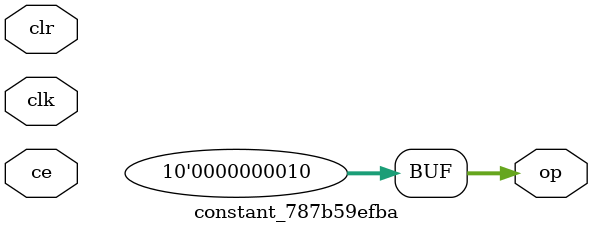
<source format=v>
module constant_787b59efba (
  output [(10 - 1):0] op,
  input clk,
  input ce,
  input clr);
  localparam [(10 - 1):0] const_value = 10'b0000000010;
  assign op = 10'b0000000010;
endmodule
</source>
